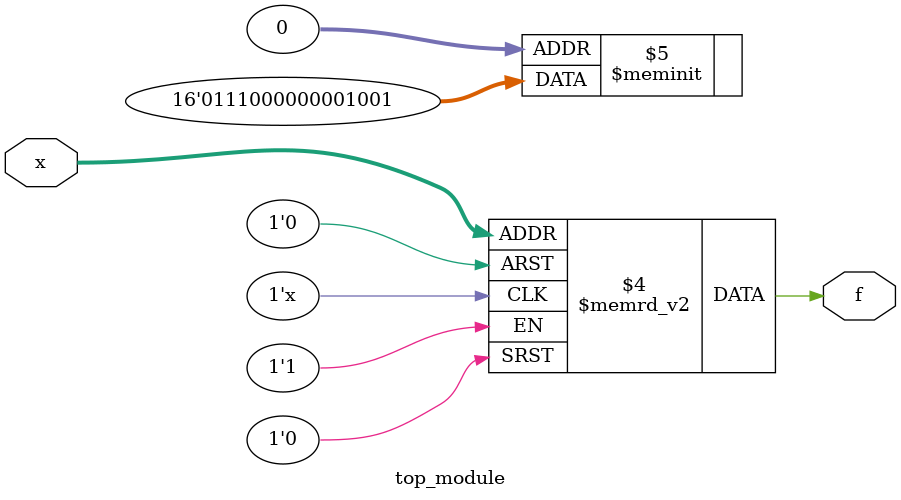
<source format=sv>
module top_module (
    input [4:1] x,
    output logic f
);


    always_comb begin
        case (x)
            4'b0000: f = 1'b1;
            4'b0001: f = 1'b0;
            4'b0010: f = 1'b0;
            4'b0011: f = 1'b1;
            4'b0100: f = 1'b0;
            4'b0101: f = 1'b0;
            4'b0110: f = 1'b0;
            4'b0111: f = 1'b0;
            4'b1000: f = 1'b0;
            4'b1001: f = 1'b0;
            4'b1010: f = 1'b0;
            4'b1011: f = 1'b0;
            4'b1100: f = 1'b1;
            4'b1101: f = 1'b1;
            4'b1110: f = 1'b1;
            4'b1111: f = 1'b0;
            default: f = 1'b0;
        endcase
    end

endmodule

</source>
